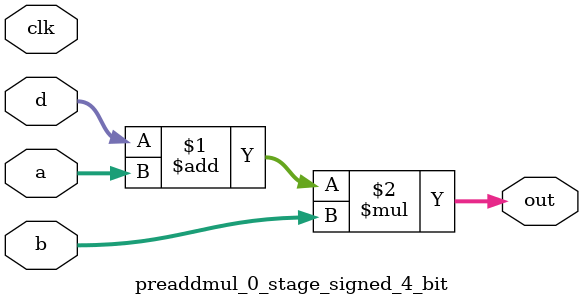
<source format=sv>
(* use_dsp = "yes" *) module preaddmul_0_stage_signed_4_bit(
	input signed [3:0] a,
	input signed [3:0] b,
	input signed [3:0] d,
	output [3:0] out,
	input clk);

	assign out = (d + a) * b;
endmodule

</source>
